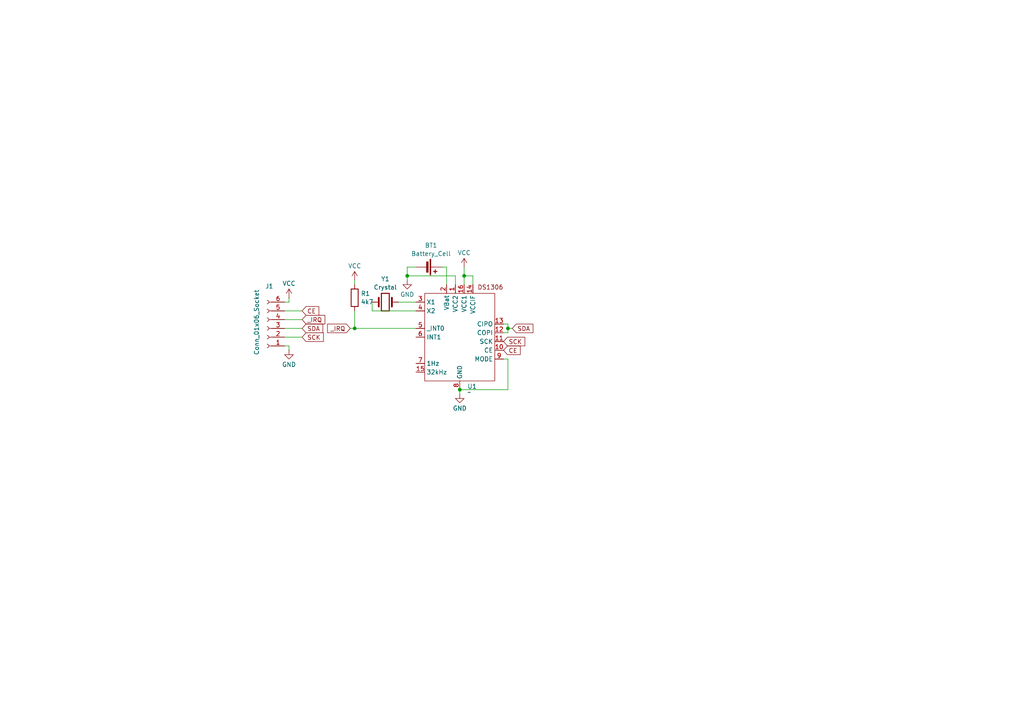
<source format=kicad_sch>
(kicad_sch
	(version 20231120)
	(generator "eeschema")
	(generator_version "8.0")
	(uuid "e641e936-d03a-4d31-843d-7fa9d57eb668")
	(paper "A4")
	(lib_symbols
		(symbol "Connector:Conn_01x06_Socket"
			(pin_names
				(offset 1.016) hide)
			(exclude_from_sim no)
			(in_bom yes)
			(on_board yes)
			(property "Reference" "J"
				(at 0 7.62 0)
				(effects
					(font
						(size 1.27 1.27)
					)
				)
			)
			(property "Value" "Conn_01x06_Socket"
				(at 0 -10.16 0)
				(effects
					(font
						(size 1.27 1.27)
					)
				)
			)
			(property "Footprint" ""
				(at 0 0 0)
				(effects
					(font
						(size 1.27 1.27)
					)
					(hide yes)
				)
			)
			(property "Datasheet" "~"
				(at 0 0 0)
				(effects
					(font
						(size 1.27 1.27)
					)
					(hide yes)
				)
			)
			(property "Description" "Generic connector, single row, 01x06, script generated"
				(at 0 0 0)
				(effects
					(font
						(size 1.27 1.27)
					)
					(hide yes)
				)
			)
			(property "ki_locked" ""
				(at 0 0 0)
				(effects
					(font
						(size 1.27 1.27)
					)
				)
			)
			(property "ki_keywords" "connector"
				(at 0 0 0)
				(effects
					(font
						(size 1.27 1.27)
					)
					(hide yes)
				)
			)
			(property "ki_fp_filters" "Connector*:*_1x??_*"
				(at 0 0 0)
				(effects
					(font
						(size 1.27 1.27)
					)
					(hide yes)
				)
			)
			(symbol "Conn_01x06_Socket_1_1"
				(arc
					(start 0 -7.112)
					(mid -0.5058 -7.62)
					(end 0 -8.128)
					(stroke
						(width 0.1524)
						(type default)
					)
					(fill
						(type none)
					)
				)
				(arc
					(start 0 -4.572)
					(mid -0.5058 -5.08)
					(end 0 -5.588)
					(stroke
						(width 0.1524)
						(type default)
					)
					(fill
						(type none)
					)
				)
				(arc
					(start 0 -2.032)
					(mid -0.5058 -2.54)
					(end 0 -3.048)
					(stroke
						(width 0.1524)
						(type default)
					)
					(fill
						(type none)
					)
				)
				(polyline
					(pts
						(xy -1.27 -7.62) (xy -0.508 -7.62)
					)
					(stroke
						(width 0.1524)
						(type default)
					)
					(fill
						(type none)
					)
				)
				(polyline
					(pts
						(xy -1.27 -5.08) (xy -0.508 -5.08)
					)
					(stroke
						(width 0.1524)
						(type default)
					)
					(fill
						(type none)
					)
				)
				(polyline
					(pts
						(xy -1.27 -2.54) (xy -0.508 -2.54)
					)
					(stroke
						(width 0.1524)
						(type default)
					)
					(fill
						(type none)
					)
				)
				(polyline
					(pts
						(xy -1.27 0) (xy -0.508 0)
					)
					(stroke
						(width 0.1524)
						(type default)
					)
					(fill
						(type none)
					)
				)
				(polyline
					(pts
						(xy -1.27 2.54) (xy -0.508 2.54)
					)
					(stroke
						(width 0.1524)
						(type default)
					)
					(fill
						(type none)
					)
				)
				(polyline
					(pts
						(xy -1.27 5.08) (xy -0.508 5.08)
					)
					(stroke
						(width 0.1524)
						(type default)
					)
					(fill
						(type none)
					)
				)
				(arc
					(start 0 0.508)
					(mid -0.5058 0)
					(end 0 -0.508)
					(stroke
						(width 0.1524)
						(type default)
					)
					(fill
						(type none)
					)
				)
				(arc
					(start 0 3.048)
					(mid -0.5058 2.54)
					(end 0 2.032)
					(stroke
						(width 0.1524)
						(type default)
					)
					(fill
						(type none)
					)
				)
				(arc
					(start 0 5.588)
					(mid -0.5058 5.08)
					(end 0 4.572)
					(stroke
						(width 0.1524)
						(type default)
					)
					(fill
						(type none)
					)
				)
				(pin passive line
					(at -5.08 5.08 0)
					(length 3.81)
					(name "Pin_1"
						(effects
							(font
								(size 1.27 1.27)
							)
						)
					)
					(number "1"
						(effects
							(font
								(size 1.27 1.27)
							)
						)
					)
				)
				(pin passive line
					(at -5.08 2.54 0)
					(length 3.81)
					(name "Pin_2"
						(effects
							(font
								(size 1.27 1.27)
							)
						)
					)
					(number "2"
						(effects
							(font
								(size 1.27 1.27)
							)
						)
					)
				)
				(pin passive line
					(at -5.08 0 0)
					(length 3.81)
					(name "Pin_3"
						(effects
							(font
								(size 1.27 1.27)
							)
						)
					)
					(number "3"
						(effects
							(font
								(size 1.27 1.27)
							)
						)
					)
				)
				(pin passive line
					(at -5.08 -2.54 0)
					(length 3.81)
					(name "Pin_4"
						(effects
							(font
								(size 1.27 1.27)
							)
						)
					)
					(number "4"
						(effects
							(font
								(size 1.27 1.27)
							)
						)
					)
				)
				(pin passive line
					(at -5.08 -5.08 0)
					(length 3.81)
					(name "Pin_5"
						(effects
							(font
								(size 1.27 1.27)
							)
						)
					)
					(number "5"
						(effects
							(font
								(size 1.27 1.27)
							)
						)
					)
				)
				(pin passive line
					(at -5.08 -7.62 0)
					(length 3.81)
					(name "Pin_6"
						(effects
							(font
								(size 1.27 1.27)
							)
						)
					)
					(number "6"
						(effects
							(font
								(size 1.27 1.27)
							)
						)
					)
				)
			)
		)
		(symbol "Device:Battery_Cell"
			(pin_numbers hide)
			(pin_names
				(offset 0) hide)
			(exclude_from_sim no)
			(in_bom yes)
			(on_board yes)
			(property "Reference" "BT"
				(at 2.54 2.54 0)
				(effects
					(font
						(size 1.27 1.27)
					)
					(justify left)
				)
			)
			(property "Value" "Battery_Cell"
				(at 2.54 0 0)
				(effects
					(font
						(size 1.27 1.27)
					)
					(justify left)
				)
			)
			(property "Footprint" ""
				(at 0 1.524 90)
				(effects
					(font
						(size 1.27 1.27)
					)
					(hide yes)
				)
			)
			(property "Datasheet" "~"
				(at 0 1.524 90)
				(effects
					(font
						(size 1.27 1.27)
					)
					(hide yes)
				)
			)
			(property "Description" "Single-cell battery"
				(at 0 0 0)
				(effects
					(font
						(size 1.27 1.27)
					)
					(hide yes)
				)
			)
			(property "ki_keywords" "battery cell"
				(at 0 0 0)
				(effects
					(font
						(size 1.27 1.27)
					)
					(hide yes)
				)
			)
			(symbol "Battery_Cell_0_1"
				(rectangle
					(start -2.286 1.778)
					(end 2.286 1.524)
					(stroke
						(width 0)
						(type default)
					)
					(fill
						(type outline)
					)
				)
				(rectangle
					(start -1.524 1.016)
					(end 1.524 0.508)
					(stroke
						(width 0)
						(type default)
					)
					(fill
						(type outline)
					)
				)
				(polyline
					(pts
						(xy 0 0.762) (xy 0 0)
					)
					(stroke
						(width 0)
						(type default)
					)
					(fill
						(type none)
					)
				)
				(polyline
					(pts
						(xy 0 1.778) (xy 0 2.54)
					)
					(stroke
						(width 0)
						(type default)
					)
					(fill
						(type none)
					)
				)
				(polyline
					(pts
						(xy 0.762 3.048) (xy 1.778 3.048)
					)
					(stroke
						(width 0.254)
						(type default)
					)
					(fill
						(type none)
					)
				)
				(polyline
					(pts
						(xy 1.27 3.556) (xy 1.27 2.54)
					)
					(stroke
						(width 0.254)
						(type default)
					)
					(fill
						(type none)
					)
				)
			)
			(symbol "Battery_Cell_1_1"
				(pin passive line
					(at 0 5.08 270)
					(length 2.54)
					(name "+"
						(effects
							(font
								(size 1.27 1.27)
							)
						)
					)
					(number "1"
						(effects
							(font
								(size 1.27 1.27)
							)
						)
					)
				)
				(pin passive line
					(at 0 -2.54 90)
					(length 2.54)
					(name "-"
						(effects
							(font
								(size 1.27 1.27)
							)
						)
					)
					(number "2"
						(effects
							(font
								(size 1.27 1.27)
							)
						)
					)
				)
			)
		)
		(symbol "Device:Crystal"
			(pin_numbers hide)
			(pin_names
				(offset 1.016) hide)
			(exclude_from_sim no)
			(in_bom yes)
			(on_board yes)
			(property "Reference" "Y"
				(at 0 3.81 0)
				(effects
					(font
						(size 1.27 1.27)
					)
				)
			)
			(property "Value" "Crystal"
				(at 0 -3.81 0)
				(effects
					(font
						(size 1.27 1.27)
					)
				)
			)
			(property "Footprint" ""
				(at 0 0 0)
				(effects
					(font
						(size 1.27 1.27)
					)
					(hide yes)
				)
			)
			(property "Datasheet" "~"
				(at 0 0 0)
				(effects
					(font
						(size 1.27 1.27)
					)
					(hide yes)
				)
			)
			(property "Description" "Two pin crystal"
				(at 0 0 0)
				(effects
					(font
						(size 1.27 1.27)
					)
					(hide yes)
				)
			)
			(property "ki_keywords" "quartz ceramic resonator oscillator"
				(at 0 0 0)
				(effects
					(font
						(size 1.27 1.27)
					)
					(hide yes)
				)
			)
			(property "ki_fp_filters" "Crystal*"
				(at 0 0 0)
				(effects
					(font
						(size 1.27 1.27)
					)
					(hide yes)
				)
			)
			(symbol "Crystal_0_1"
				(rectangle
					(start -1.143 2.54)
					(end 1.143 -2.54)
					(stroke
						(width 0.3048)
						(type default)
					)
					(fill
						(type none)
					)
				)
				(polyline
					(pts
						(xy -2.54 0) (xy -1.905 0)
					)
					(stroke
						(width 0)
						(type default)
					)
					(fill
						(type none)
					)
				)
				(polyline
					(pts
						(xy -1.905 -1.27) (xy -1.905 1.27)
					)
					(stroke
						(width 0.508)
						(type default)
					)
					(fill
						(type none)
					)
				)
				(polyline
					(pts
						(xy 1.905 -1.27) (xy 1.905 1.27)
					)
					(stroke
						(width 0.508)
						(type default)
					)
					(fill
						(type none)
					)
				)
				(polyline
					(pts
						(xy 2.54 0) (xy 1.905 0)
					)
					(stroke
						(width 0)
						(type default)
					)
					(fill
						(type none)
					)
				)
			)
			(symbol "Crystal_1_1"
				(pin passive line
					(at -3.81 0 0)
					(length 1.27)
					(name "1"
						(effects
							(font
								(size 1.27 1.27)
							)
						)
					)
					(number "1"
						(effects
							(font
								(size 1.27 1.27)
							)
						)
					)
				)
				(pin passive line
					(at 3.81 0 180)
					(length 1.27)
					(name "2"
						(effects
							(font
								(size 1.27 1.27)
							)
						)
					)
					(number "2"
						(effects
							(font
								(size 1.27 1.27)
							)
						)
					)
				)
			)
		)
		(symbol "Device:R"
			(pin_numbers hide)
			(pin_names
				(offset 0)
			)
			(exclude_from_sim no)
			(in_bom yes)
			(on_board yes)
			(property "Reference" "R"
				(at 2.032 0 90)
				(effects
					(font
						(size 1.27 1.27)
					)
				)
			)
			(property "Value" "R"
				(at 0 0 90)
				(effects
					(font
						(size 1.27 1.27)
					)
				)
			)
			(property "Footprint" ""
				(at -1.778 0 90)
				(effects
					(font
						(size 1.27 1.27)
					)
					(hide yes)
				)
			)
			(property "Datasheet" "~"
				(at 0 0 0)
				(effects
					(font
						(size 1.27 1.27)
					)
					(hide yes)
				)
			)
			(property "Description" "Resistor"
				(at 0 0 0)
				(effects
					(font
						(size 1.27 1.27)
					)
					(hide yes)
				)
			)
			(property "ki_keywords" "R res resistor"
				(at 0 0 0)
				(effects
					(font
						(size 1.27 1.27)
					)
					(hide yes)
				)
			)
			(property "ki_fp_filters" "R_*"
				(at 0 0 0)
				(effects
					(font
						(size 1.27 1.27)
					)
					(hide yes)
				)
			)
			(symbol "R_0_1"
				(rectangle
					(start -1.016 -2.54)
					(end 1.016 2.54)
					(stroke
						(width 0.254)
						(type default)
					)
					(fill
						(type none)
					)
				)
			)
			(symbol "R_1_1"
				(pin passive line
					(at 0 3.81 270)
					(length 1.27)
					(name "~"
						(effects
							(font
								(size 1.27 1.27)
							)
						)
					)
					(number "1"
						(effects
							(font
								(size 1.27 1.27)
							)
						)
					)
				)
				(pin passive line
					(at 0 -3.81 90)
					(length 1.27)
					(name "~"
						(effects
							(font
								(size 1.27 1.27)
							)
						)
					)
					(number "2"
						(effects
							(font
								(size 1.27 1.27)
							)
						)
					)
				)
			)
		)
		(symbol "motherboard:DS1306"
			(exclude_from_sim no)
			(in_bom yes)
			(on_board yes)
			(property "Reference" "U"
				(at 8.89 -13.97 0)
				(effects
					(font
						(size 1.27 1.27)
					)
				)
			)
			(property "Value" ""
				(at 0 0 0)
				(effects
					(font
						(size 1.27 1.27)
					)
				)
			)
			(property "Footprint" ""
				(at 0 0 0)
				(effects
					(font
						(size 1.27 1.27)
					)
					(hide yes)
				)
			)
			(property "Datasheet" ""
				(at 0 0 0)
				(effects
					(font
						(size 1.27 1.27)
					)
					(hide yes)
				)
			)
			(property "Description" ""
				(at 0 0 0)
				(effects
					(font
						(size 1.27 1.27)
					)
					(hide yes)
				)
			)
			(symbol "DS1306_0_1"
				(rectangle
					(start -10.16 12.7)
					(end 10.16 -12.7)
					(stroke
						(width 0)
						(type default)
					)
					(fill
						(type none)
					)
				)
			)
			(symbol "DS1306_1_1"
				(text "DS1306"
					(at 8.89 14.478 0)
					(effects
						(font
							(size 1.27 1.27)
						)
					)
				)
				(pin power_in line
					(at -1.27 15.24 270)
					(length 2.54)
					(name "VCC2"
						(effects
							(font
								(size 1.27 1.27)
							)
						)
					)
					(number "1"
						(effects
							(font
								(size 1.27 1.27)
							)
						)
					)
				)
				(pin input line
					(at 12.7 -3.81 180)
					(length 2.54)
					(name "CE"
						(effects
							(font
								(size 1.27 1.27)
							)
						)
					)
					(number "10"
						(effects
							(font
								(size 1.27 1.27)
							)
						)
					)
				)
				(pin input line
					(at 12.7 -1.27 180)
					(length 2.54)
					(name "SCK"
						(effects
							(font
								(size 1.27 1.27)
							)
						)
					)
					(number "11"
						(effects
							(font
								(size 1.27 1.27)
							)
						)
					)
				)
				(pin input line
					(at 12.7 1.27 180)
					(length 2.54)
					(name "COPI"
						(effects
							(font
								(size 1.27 1.27)
							)
						)
					)
					(number "12"
						(effects
							(font
								(size 1.27 1.27)
							)
						)
					)
				)
				(pin input line
					(at 12.7 3.81 180)
					(length 2.54)
					(name "CIPO"
						(effects
							(font
								(size 1.27 1.27)
							)
						)
					)
					(number "13"
						(effects
							(font
								(size 1.27 1.27)
							)
						)
					)
				)
				(pin power_in line
					(at 3.81 15.24 270)
					(length 2.54)
					(name "VCCIF"
						(effects
							(font
								(size 1.27 1.27)
							)
						)
					)
					(number "14"
						(effects
							(font
								(size 1.27 1.27)
							)
						)
					)
				)
				(pin output line
					(at -12.7 -10.16 0)
					(length 2.54)
					(name "32kHz"
						(effects
							(font
								(size 1.27 1.27)
							)
						)
					)
					(number "15"
						(effects
							(font
								(size 1.27 1.27)
							)
						)
					)
				)
				(pin power_in line
					(at 1.27 15.24 270)
					(length 2.54)
					(name "VCC1"
						(effects
							(font
								(size 1.27 1.27)
							)
						)
					)
					(number "16"
						(effects
							(font
								(size 1.27 1.27)
							)
						)
					)
				)
				(pin power_in line
					(at -3.81 15.24 270)
					(length 2.54)
					(name "VBat"
						(effects
							(font
								(size 1.27 1.27)
							)
						)
					)
					(number "2"
						(effects
							(font
								(size 1.27 1.27)
							)
						)
					)
				)
				(pin bidirectional line
					(at -12.7 10.16 0)
					(length 2.54)
					(name "X1"
						(effects
							(font
								(size 1.27 1.27)
							)
						)
					)
					(number "3"
						(effects
							(font
								(size 1.27 1.27)
							)
						)
					)
				)
				(pin bidirectional line
					(at -12.7 7.62 0)
					(length 2.54)
					(name "X2"
						(effects
							(font
								(size 1.27 1.27)
							)
						)
					)
					(number "4"
						(effects
							(font
								(size 1.27 1.27)
							)
						)
					)
				)
				(pin output line
					(at -12.7 2.54 0)
					(length 2.54)
					(name "_INT0"
						(effects
							(font
								(size 1.27 1.27)
							)
						)
					)
					(number "5"
						(effects
							(font
								(size 1.27 1.27)
							)
						)
					)
				)
				(pin output line
					(at -12.7 0 0)
					(length 2.54)
					(name "INT1"
						(effects
							(font
								(size 1.27 1.27)
							)
						)
					)
					(number "6"
						(effects
							(font
								(size 1.27 1.27)
							)
						)
					)
				)
				(pin output line
					(at -12.7 -7.62 0)
					(length 2.54)
					(name "1Hz"
						(effects
							(font
								(size 1.27 1.27)
							)
						)
					)
					(number "7"
						(effects
							(font
								(size 1.27 1.27)
							)
						)
					)
				)
				(pin power_in line
					(at 0 -15.24 90)
					(length 2.54)
					(name "GND"
						(effects
							(font
								(size 1.27 1.27)
							)
						)
					)
					(number "8"
						(effects
							(font
								(size 1.27 1.27)
							)
						)
					)
				)
				(pin input line
					(at 12.7 -6.35 180)
					(length 2.54)
					(name "MODE"
						(effects
							(font
								(size 1.27 1.27)
							)
						)
					)
					(number "9"
						(effects
							(font
								(size 1.27 1.27)
							)
						)
					)
				)
			)
		)
		(symbol "power:GND"
			(power)
			(pin_numbers hide)
			(pin_names
				(offset 0) hide)
			(exclude_from_sim no)
			(in_bom yes)
			(on_board yes)
			(property "Reference" "#PWR"
				(at 0 -6.35 0)
				(effects
					(font
						(size 1.27 1.27)
					)
					(hide yes)
				)
			)
			(property "Value" "GND"
				(at 0 -3.81 0)
				(effects
					(font
						(size 1.27 1.27)
					)
				)
			)
			(property "Footprint" ""
				(at 0 0 0)
				(effects
					(font
						(size 1.27 1.27)
					)
					(hide yes)
				)
			)
			(property "Datasheet" ""
				(at 0 0 0)
				(effects
					(font
						(size 1.27 1.27)
					)
					(hide yes)
				)
			)
			(property "Description" "Power symbol creates a global label with name \"GND\" , ground"
				(at 0 0 0)
				(effects
					(font
						(size 1.27 1.27)
					)
					(hide yes)
				)
			)
			(property "ki_keywords" "global power"
				(at 0 0 0)
				(effects
					(font
						(size 1.27 1.27)
					)
					(hide yes)
				)
			)
			(symbol "GND_0_1"
				(polyline
					(pts
						(xy 0 0) (xy 0 -1.27) (xy 1.27 -1.27) (xy 0 -2.54) (xy -1.27 -1.27) (xy 0 -1.27)
					)
					(stroke
						(width 0)
						(type default)
					)
					(fill
						(type none)
					)
				)
			)
			(symbol "GND_1_1"
				(pin power_in line
					(at 0 0 270)
					(length 0)
					(name "~"
						(effects
							(font
								(size 1.27 1.27)
							)
						)
					)
					(number "1"
						(effects
							(font
								(size 1.27 1.27)
							)
						)
					)
				)
			)
		)
		(symbol "power:VCC"
			(power)
			(pin_numbers hide)
			(pin_names
				(offset 0) hide)
			(exclude_from_sim no)
			(in_bom yes)
			(on_board yes)
			(property "Reference" "#PWR"
				(at 0 -3.81 0)
				(effects
					(font
						(size 1.27 1.27)
					)
					(hide yes)
				)
			)
			(property "Value" "VCC"
				(at 0 3.556 0)
				(effects
					(font
						(size 1.27 1.27)
					)
				)
			)
			(property "Footprint" ""
				(at 0 0 0)
				(effects
					(font
						(size 1.27 1.27)
					)
					(hide yes)
				)
			)
			(property "Datasheet" ""
				(at 0 0 0)
				(effects
					(font
						(size 1.27 1.27)
					)
					(hide yes)
				)
			)
			(property "Description" "Power symbol creates a global label with name \"VCC\""
				(at 0 0 0)
				(effects
					(font
						(size 1.27 1.27)
					)
					(hide yes)
				)
			)
			(property "ki_keywords" "global power"
				(at 0 0 0)
				(effects
					(font
						(size 1.27 1.27)
					)
					(hide yes)
				)
			)
			(symbol "VCC_0_1"
				(polyline
					(pts
						(xy -0.762 1.27) (xy 0 2.54)
					)
					(stroke
						(width 0)
						(type default)
					)
					(fill
						(type none)
					)
				)
				(polyline
					(pts
						(xy 0 0) (xy 0 2.54)
					)
					(stroke
						(width 0)
						(type default)
					)
					(fill
						(type none)
					)
				)
				(polyline
					(pts
						(xy 0 2.54) (xy 0.762 1.27)
					)
					(stroke
						(width 0)
						(type default)
					)
					(fill
						(type none)
					)
				)
			)
			(symbol "VCC_1_1"
				(pin power_in line
					(at 0 0 90)
					(length 0)
					(name "~"
						(effects
							(font
								(size 1.27 1.27)
							)
						)
					)
					(number "1"
						(effects
							(font
								(size 1.27 1.27)
							)
						)
					)
				)
			)
		)
	)
	(junction
		(at 133.35 113.03)
		(diameter 0)
		(color 0 0 0 0)
		(uuid "0bb187da-3454-40a2-990e-a155a1a8a5e4")
	)
	(junction
		(at 118.11 80.01)
		(diameter 0)
		(color 0 0 0 0)
		(uuid "854bdb0d-6ff3-4d3c-9029-61cd02caee12")
	)
	(junction
		(at 134.62 80.01)
		(diameter 0)
		(color 0 0 0 0)
		(uuid "9655fa65-c50b-460f-b5f9-dd5329f18f8f")
	)
	(junction
		(at 147.32 95.25)
		(diameter 0)
		(color 0 0 0 0)
		(uuid "b70770c1-dd35-471d-886d-09399a6db1d9")
	)
	(junction
		(at 102.87 95.25)
		(diameter 0)
		(color 0 0 0 0)
		(uuid "b8b34377-0637-40a9-969d-bfe62082b9a7")
	)
	(wire
		(pts
			(xy 87.63 92.71) (xy 82.55 92.71)
		)
		(stroke
			(width 0)
			(type default)
		)
		(uuid "05f7c8b6-2535-450e-be5e-82f8c94db930")
	)
	(wire
		(pts
			(xy 107.95 90.17) (xy 120.65 90.17)
		)
		(stroke
			(width 0)
			(type default)
		)
		(uuid "185e523f-a373-4a10-a64d-cc5ec659ceac")
	)
	(wire
		(pts
			(xy 146.05 93.98) (xy 147.32 93.98)
		)
		(stroke
			(width 0)
			(type default)
		)
		(uuid "19151964-ebb4-46cd-86a4-3a9026807de8")
	)
	(wire
		(pts
			(xy 133.35 113.03) (xy 133.35 114.3)
		)
		(stroke
			(width 0)
			(type default)
		)
		(uuid "262c452d-2dc4-4e51-889c-a933101b4534")
	)
	(wire
		(pts
			(xy 134.62 80.01) (xy 134.62 82.55)
		)
		(stroke
			(width 0)
			(type default)
		)
		(uuid "2f4a8a16-1af2-4d6a-b4d2-368fc24a1cd4")
	)
	(wire
		(pts
			(xy 128.27 77.47) (xy 129.54 77.47)
		)
		(stroke
			(width 0)
			(type default)
		)
		(uuid "2f6ed118-2ba6-4425-8d4a-151c614bff23")
	)
	(wire
		(pts
			(xy 147.32 95.25) (xy 147.32 96.52)
		)
		(stroke
			(width 0)
			(type default)
		)
		(uuid "365484d0-85e7-48af-a0cf-478e3d5274fb")
	)
	(wire
		(pts
			(xy 118.11 80.01) (xy 132.08 80.01)
		)
		(stroke
			(width 0)
			(type default)
		)
		(uuid "3a2d5611-1ad6-486c-a6fd-5f217857760e")
	)
	(wire
		(pts
			(xy 133.35 113.03) (xy 147.32 113.03)
		)
		(stroke
			(width 0)
			(type default)
		)
		(uuid "3d24051a-8c7e-4694-8c82-17e7833ca42f")
	)
	(wire
		(pts
			(xy 82.55 100.33) (xy 83.82 100.33)
		)
		(stroke
			(width 0)
			(type default)
		)
		(uuid "4dcda6d9-4f6a-4b01-8346-2464e1eea329")
	)
	(wire
		(pts
			(xy 146.05 96.52) (xy 147.32 96.52)
		)
		(stroke
			(width 0)
			(type default)
		)
		(uuid "6f8f424d-7f2a-4618-927d-118723f1f47b")
	)
	(wire
		(pts
			(xy 148.59 95.25) (xy 147.32 95.25)
		)
		(stroke
			(width 0)
			(type default)
		)
		(uuid "795d8e6e-621f-45c3-87c9-48c01d8a5648")
	)
	(wire
		(pts
			(xy 129.54 77.47) (xy 129.54 82.55)
		)
		(stroke
			(width 0)
			(type default)
		)
		(uuid "87991869-85ca-493c-ade4-c7f2c7868e3f")
	)
	(wire
		(pts
			(xy 83.82 100.33) (xy 83.82 101.6)
		)
		(stroke
			(width 0)
			(type default)
		)
		(uuid "88d96055-ade3-49e0-b1db-fc894f19297e")
	)
	(wire
		(pts
			(xy 102.87 95.25) (xy 120.65 95.25)
		)
		(stroke
			(width 0)
			(type default)
		)
		(uuid "89703c7e-27a5-4e49-8a78-ccf0f6209075")
	)
	(wire
		(pts
			(xy 83.82 86.36) (xy 83.82 87.63)
		)
		(stroke
			(width 0)
			(type default)
		)
		(uuid "96b2b21e-383a-4775-a5ba-7483d0b7d052")
	)
	(wire
		(pts
			(xy 120.65 77.47) (xy 118.11 77.47)
		)
		(stroke
			(width 0)
			(type default)
		)
		(uuid "9f8dbabe-cd38-43e4-869d-e4a0a00a3f7c")
	)
	(wire
		(pts
			(xy 146.05 104.14) (xy 147.32 104.14)
		)
		(stroke
			(width 0)
			(type default)
		)
		(uuid "a062b1b4-1559-45ac-8cb9-7506ad6791ef")
	)
	(wire
		(pts
			(xy 147.32 104.14) (xy 147.32 113.03)
		)
		(stroke
			(width 0)
			(type default)
		)
		(uuid "a15b34a1-108c-4033-b93f-02419b6760db")
	)
	(wire
		(pts
			(xy 87.63 90.17) (xy 82.55 90.17)
		)
		(stroke
			(width 0)
			(type default)
		)
		(uuid "a1cf01a0-5bbf-450e-8484-c8f91041a40b")
	)
	(wire
		(pts
			(xy 147.32 93.98) (xy 147.32 95.25)
		)
		(stroke
			(width 0)
			(type default)
		)
		(uuid "a6318560-d709-46a1-8f2b-a7e241a100aa")
	)
	(wire
		(pts
			(xy 101.6 95.25) (xy 102.87 95.25)
		)
		(stroke
			(width 0)
			(type default)
		)
		(uuid "a8dd9bb1-32af-4c3f-a614-c2a18074a06c")
	)
	(wire
		(pts
			(xy 83.82 87.63) (xy 82.55 87.63)
		)
		(stroke
			(width 0)
			(type default)
		)
		(uuid "ab22c6f5-8d7e-46dc-bbff-13b3d36c713e")
	)
	(wire
		(pts
			(xy 102.87 90.17) (xy 102.87 95.25)
		)
		(stroke
			(width 0)
			(type default)
		)
		(uuid "b1d5b71f-6f36-4e63-9807-d6c787ef0505")
	)
	(wire
		(pts
			(xy 107.95 87.63) (xy 107.95 90.17)
		)
		(stroke
			(width 0)
			(type default)
		)
		(uuid "b3e59e2b-9698-4184-88f6-4767f664305c")
	)
	(wire
		(pts
			(xy 137.16 82.55) (xy 137.16 80.01)
		)
		(stroke
			(width 0)
			(type default)
		)
		(uuid "b9e0cd31-bacd-439c-9aba-a0dd9c33aa20")
	)
	(wire
		(pts
			(xy 118.11 77.47) (xy 118.11 80.01)
		)
		(stroke
			(width 0)
			(type default)
		)
		(uuid "bbf4df19-7469-4a9f-acfc-1a965defdc81")
	)
	(wire
		(pts
			(xy 87.63 97.79) (xy 82.55 97.79)
		)
		(stroke
			(width 0)
			(type default)
		)
		(uuid "c405f9c7-d82b-4a00-a096-e2807fe4533c")
	)
	(wire
		(pts
			(xy 134.62 77.47) (xy 134.62 80.01)
		)
		(stroke
			(width 0)
			(type default)
		)
		(uuid "c7948568-96db-4c68-b24b-3ad7bcfef447")
	)
	(wire
		(pts
			(xy 115.57 87.63) (xy 120.65 87.63)
		)
		(stroke
			(width 0)
			(type default)
		)
		(uuid "cfc44f18-85f0-4a54-88b0-daa0a52932d3")
	)
	(wire
		(pts
			(xy 118.11 81.28) (xy 118.11 80.01)
		)
		(stroke
			(width 0)
			(type default)
		)
		(uuid "d0cb3ada-8dc5-426f-b03a-b6f4bee49db8")
	)
	(wire
		(pts
			(xy 87.63 95.25) (xy 82.55 95.25)
		)
		(stroke
			(width 0)
			(type default)
		)
		(uuid "dc1e1bae-a8b5-46d0-b472-7adef7c04843")
	)
	(wire
		(pts
			(xy 132.08 82.55) (xy 132.08 80.01)
		)
		(stroke
			(width 0)
			(type default)
		)
		(uuid "f588bfb4-c960-417c-954c-206c263ce086")
	)
	(wire
		(pts
			(xy 102.87 81.28) (xy 102.87 82.55)
		)
		(stroke
			(width 0)
			(type default)
		)
		(uuid "f8c7330e-548f-4d90-b84c-a15bf8c27565")
	)
	(wire
		(pts
			(xy 134.62 80.01) (xy 137.16 80.01)
		)
		(stroke
			(width 0)
			(type default)
		)
		(uuid "fab53026-58f5-487b-bc03-6cf01b457529")
	)
	(global_label "_IRQ"
		(shape input)
		(at 87.63 92.71 0)
		(fields_autoplaced yes)
		(effects
			(font
				(size 1.27 1.27)
			)
			(justify left)
		)
		(uuid "089405e0-d304-4880-bf62-e1fd55a18063")
		(property "Intersheetrefs" "${INTERSHEET_REFS}"
			(at 94.7881 92.71 0)
			(effects
				(font
					(size 1.27 1.27)
				)
				(justify left)
				(hide yes)
			)
		)
	)
	(global_label "SDA"
		(shape input)
		(at 87.63 95.25 0)
		(fields_autoplaced yes)
		(effects
			(font
				(size 1.27 1.27)
			)
			(justify left)
		)
		(uuid "1f21cfc9-f8a7-47de-849e-f9007b57f5df")
		(property "Intersheetrefs" "${INTERSHEET_REFS}"
			(at 94.1833 95.25 0)
			(effects
				(font
					(size 1.27 1.27)
				)
				(justify left)
				(hide yes)
			)
		)
	)
	(global_label "SCK"
		(shape input)
		(at 146.05 99.06 0)
		(fields_autoplaced yes)
		(effects
			(font
				(size 1.27 1.27)
			)
			(justify left)
		)
		(uuid "4951c2ce-3630-434c-b934-d02e35ed8e45")
		(property "Intersheetrefs" "${INTERSHEET_REFS}"
			(at 152.7847 99.06 0)
			(effects
				(font
					(size 1.27 1.27)
				)
				(justify left)
				(hide yes)
			)
		)
	)
	(global_label "CE"
		(shape input)
		(at 146.05 101.6 0)
		(fields_autoplaced yes)
		(effects
			(font
				(size 1.27 1.27)
			)
			(justify left)
		)
		(uuid "53bd8311-9078-4310-bb2c-02f0795cc51c")
		(property "Intersheetrefs" "${INTERSHEET_REFS}"
			(at 151.4542 101.6 0)
			(effects
				(font
					(size 1.27 1.27)
				)
				(justify left)
				(hide yes)
			)
		)
	)
	(global_label "SCK"
		(shape input)
		(at 87.63 97.79 0)
		(fields_autoplaced yes)
		(effects
			(font
				(size 1.27 1.27)
			)
			(justify left)
		)
		(uuid "79ccdf14-127e-495a-ba7c-3053cfa35987")
		(property "Intersheetrefs" "${INTERSHEET_REFS}"
			(at 94.3647 97.79 0)
			(effects
				(font
					(size 1.27 1.27)
				)
				(justify left)
				(hide yes)
			)
		)
	)
	(global_label "_IRQ"
		(shape input)
		(at 101.6 95.25 180)
		(fields_autoplaced yes)
		(effects
			(font
				(size 1.27 1.27)
			)
			(justify right)
		)
		(uuid "8a42b9e8-8bec-4515-b4ba-75e61143052a")
		(property "Intersheetrefs" "${INTERSHEET_REFS}"
			(at 94.4419 95.25 0)
			(effects
				(font
					(size 1.27 1.27)
				)
				(justify right)
				(hide yes)
			)
		)
	)
	(global_label "SDA"
		(shape input)
		(at 148.59 95.25 0)
		(fields_autoplaced yes)
		(effects
			(font
				(size 1.27 1.27)
			)
			(justify left)
		)
		(uuid "8d75308e-632e-4421-80b9-b6e9a7a3557c")
		(property "Intersheetrefs" "${INTERSHEET_REFS}"
			(at 155.1433 95.25 0)
			(effects
				(font
					(size 1.27 1.27)
				)
				(justify left)
				(hide yes)
			)
		)
	)
	(global_label "CE"
		(shape input)
		(at 87.63 90.17 0)
		(fields_autoplaced yes)
		(effects
			(font
				(size 1.27 1.27)
			)
			(justify left)
		)
		(uuid "94145696-9bca-411f-bef1-e2a7d838da79")
		(property "Intersheetrefs" "${INTERSHEET_REFS}"
			(at 93.0342 90.17 0)
			(effects
				(font
					(size 1.27 1.27)
				)
				(justify left)
				(hide yes)
			)
		)
	)
	(symbol
		(lib_id "power:GND")
		(at 83.82 101.6 0)
		(unit 1)
		(exclude_from_sim no)
		(in_bom yes)
		(on_board yes)
		(dnp no)
		(fields_autoplaced yes)
		(uuid "28665b2d-99fb-4748-925b-f5fd74c6b864")
		(property "Reference" "#PWR01"
			(at 83.82 107.95 0)
			(effects
				(font
					(size 1.27 1.27)
				)
				(hide yes)
			)
		)
		(property "Value" "GND"
			(at 83.82 105.7331 0)
			(effects
				(font
					(size 1.27 1.27)
				)
			)
		)
		(property "Footprint" ""
			(at 83.82 101.6 0)
			(effects
				(font
					(size 1.27 1.27)
				)
				(hide yes)
			)
		)
		(property "Datasheet" ""
			(at 83.82 101.6 0)
			(effects
				(font
					(size 1.27 1.27)
				)
				(hide yes)
			)
		)
		(property "Description" "Power symbol creates a global label with name \"GND\" , ground"
			(at 83.82 101.6 0)
			(effects
				(font
					(size 1.27 1.27)
				)
				(hide yes)
			)
		)
		(pin "1"
			(uuid "890d7156-96c5-47df-bdb9-35585f826706")
		)
		(instances
			(project ""
				(path "/e641e936-d03a-4d31-843d-7fa9d57eb668"
					(reference "#PWR01")
					(unit 1)
				)
			)
		)
	)
	(symbol
		(lib_id "power:VCC")
		(at 102.87 81.28 0)
		(unit 1)
		(exclude_from_sim no)
		(in_bom yes)
		(on_board yes)
		(dnp no)
		(fields_autoplaced yes)
		(uuid "455b825f-5bed-4bae-b716-c6e1fab44322")
		(property "Reference" "#PWR06"
			(at 102.87 85.09 0)
			(effects
				(font
					(size 1.27 1.27)
				)
				(hide yes)
			)
		)
		(property "Value" "VCC"
			(at 102.87 77.1469 0)
			(effects
				(font
					(size 1.27 1.27)
				)
			)
		)
		(property "Footprint" ""
			(at 102.87 81.28 0)
			(effects
				(font
					(size 1.27 1.27)
				)
				(hide yes)
			)
		)
		(property "Datasheet" ""
			(at 102.87 81.28 0)
			(effects
				(font
					(size 1.27 1.27)
				)
				(hide yes)
			)
		)
		(property "Description" "Power symbol creates a global label with name \"VCC\""
			(at 102.87 81.28 0)
			(effects
				(font
					(size 1.27 1.27)
				)
				(hide yes)
			)
		)
		(pin "1"
			(uuid "43208fc5-cb5f-4b37-9d21-651a8adfe06d")
		)
		(instances
			(project "ClockExpansion"
				(path "/e641e936-d03a-4d31-843d-7fa9d57eb668"
					(reference "#PWR06")
					(unit 1)
				)
			)
		)
	)
	(symbol
		(lib_id "Device:Battery_Cell")
		(at 123.19 77.47 270)
		(unit 1)
		(exclude_from_sim no)
		(in_bom yes)
		(on_board yes)
		(dnp no)
		(fields_autoplaced yes)
		(uuid "5d91e2d8-96ea-4dba-be40-79e585694f2b")
		(property "Reference" "BT1"
			(at 125.0315 71.1665 90)
			(effects
				(font
					(size 1.27 1.27)
				)
			)
		)
		(property "Value" "Battery_Cell"
			(at 125.0315 73.5908 90)
			(effects
				(font
					(size 1.27 1.27)
				)
			)
		)
		(property "Footprint" "Battery:BatteryHolder_Keystone_3001_1x12mm"
			(at 124.714 77.47 90)
			(effects
				(font
					(size 1.27 1.27)
				)
				(hide yes)
			)
		)
		(property "Datasheet" "~"
			(at 124.714 77.47 90)
			(effects
				(font
					(size 1.27 1.27)
				)
				(hide yes)
			)
		)
		(property "Description" "Single-cell battery"
			(at 123.19 77.47 0)
			(effects
				(font
					(size 1.27 1.27)
				)
				(hide yes)
			)
		)
		(pin "2"
			(uuid "e2e07a39-b283-4347-8c0f-a1074514131e")
		)
		(pin "1"
			(uuid "3f10e085-ee00-4b79-a094-d178d8a1da14")
		)
		(instances
			(project ""
				(path "/e641e936-d03a-4d31-843d-7fa9d57eb668"
					(reference "BT1")
					(unit 1)
				)
			)
		)
	)
	(symbol
		(lib_id "Device:Crystal")
		(at 111.76 87.63 180)
		(unit 1)
		(exclude_from_sim no)
		(in_bom yes)
		(on_board yes)
		(dnp no)
		(fields_autoplaced yes)
		(uuid "6d83d7ed-c240-4afb-ad03-44fb1e7f6321")
		(property "Reference" "Y1"
			(at 111.76 80.9201 0)
			(effects
				(font
					(size 1.27 1.27)
				)
			)
		)
		(property "Value" "Crystal"
			(at 111.76 83.3444 0)
			(effects
				(font
					(size 1.27 1.27)
				)
			)
		)
		(property "Footprint" "Crystal:Crystal_C26-LF_D2.1mm_L6.5mm_Horizontal"
			(at 111.76 87.63 0)
			(effects
				(font
					(size 1.27 1.27)
				)
				(hide yes)
			)
		)
		(property "Datasheet" "~"
			(at 111.76 87.63 0)
			(effects
				(font
					(size 1.27 1.27)
				)
				(hide yes)
			)
		)
		(property "Description" "Two pin crystal"
			(at 111.76 87.63 0)
			(effects
				(font
					(size 1.27 1.27)
				)
				(hide yes)
			)
		)
		(pin "1"
			(uuid "2cb556b8-5dda-4866-94cc-c87595c608ed")
		)
		(pin "2"
			(uuid "c2305b9d-54e8-4f80-b80d-933c427781ef")
		)
		(instances
			(project ""
				(path "/e641e936-d03a-4d31-843d-7fa9d57eb668"
					(reference "Y1")
					(unit 1)
				)
			)
		)
	)
	(symbol
		(lib_id "power:VCC")
		(at 83.82 86.36 0)
		(unit 1)
		(exclude_from_sim no)
		(in_bom yes)
		(on_board yes)
		(dnp no)
		(fields_autoplaced yes)
		(uuid "71f718d5-35d8-4561-a8d3-9a013aeddb92")
		(property "Reference" "#PWR02"
			(at 83.82 90.17 0)
			(effects
				(font
					(size 1.27 1.27)
				)
				(hide yes)
			)
		)
		(property "Value" "VCC"
			(at 83.82 82.2269 0)
			(effects
				(font
					(size 1.27 1.27)
				)
			)
		)
		(property "Footprint" ""
			(at 83.82 86.36 0)
			(effects
				(font
					(size 1.27 1.27)
				)
				(hide yes)
			)
		)
		(property "Datasheet" ""
			(at 83.82 86.36 0)
			(effects
				(font
					(size 1.27 1.27)
				)
				(hide yes)
			)
		)
		(property "Description" "Power symbol creates a global label with name \"VCC\""
			(at 83.82 86.36 0)
			(effects
				(font
					(size 1.27 1.27)
				)
				(hide yes)
			)
		)
		(pin "1"
			(uuid "830d4ac3-9ffd-4bf0-8b26-4ee1279feb2e")
		)
		(instances
			(project ""
				(path "/e641e936-d03a-4d31-843d-7fa9d57eb668"
					(reference "#PWR02")
					(unit 1)
				)
			)
		)
	)
	(symbol
		(lib_id "motherboard:DS1306")
		(at 133.35 97.79 0)
		(unit 1)
		(exclude_from_sim no)
		(in_bom yes)
		(on_board yes)
		(dnp no)
		(fields_autoplaced yes)
		(uuid "d07d2398-2a2d-414d-a6ce-c72e4a0a572e")
		(property "Reference" "U1"
			(at 135.5441 112.0831 0)
			(effects
				(font
					(size 1.27 1.27)
				)
				(justify left)
			)
		)
		(property "Value" "~"
			(at 135.5441 113.7645 0)
			(effects
				(font
					(size 1.27 1.27)
				)
				(justify left)
			)
		)
		(property "Footprint" "Package_DIP:DIP-16_W7.62mm"
			(at 133.35 97.79 0)
			(effects
				(font
					(size 1.27 1.27)
				)
				(hide yes)
			)
		)
		(property "Datasheet" ""
			(at 133.35 97.79 0)
			(effects
				(font
					(size 1.27 1.27)
				)
				(hide yes)
			)
		)
		(property "Description" ""
			(at 133.35 97.79 0)
			(effects
				(font
					(size 1.27 1.27)
				)
				(hide yes)
			)
		)
		(pin "6"
			(uuid "d88e5d25-4b01-4e67-90ed-fc2b86a7691e")
		)
		(pin "9"
			(uuid "8ff3d467-a7c7-437e-913b-bec66fc3cbc7")
		)
		(pin "14"
			(uuid "c7f689cf-83b1-40ca-8355-dfd7077a4cfc")
		)
		(pin "5"
			(uuid "bf8374a6-49a6-45bd-aacf-bebb57f541e4")
		)
		(pin "11"
			(uuid "ab017063-5864-46b8-a37b-34cf5899f55c")
		)
		(pin "3"
			(uuid "f90e4204-4c0c-4450-8904-68936654b728")
		)
		(pin "4"
			(uuid "3e653fc5-4d8e-4da3-b51d-0ceb13cb18d3")
		)
		(pin "16"
			(uuid "87f86c3a-c62b-4cfc-8de4-11a22756a31a")
		)
		(pin "2"
			(uuid "e16cd6cc-6579-4058-928a-7ad379cce4e7")
		)
		(pin "10"
			(uuid "124b9a8a-fa9a-4410-858c-eafb4c6bdee3")
		)
		(pin "8"
			(uuid "726fc8a9-5d4e-4790-8820-d51f63bf9632")
		)
		(pin "15"
			(uuid "53ccc384-7ad0-4e2f-aa1b-965b54bc1450")
		)
		(pin "12"
			(uuid "0e297170-fbc0-4148-aa24-06cea906182a")
		)
		(pin "13"
			(uuid "5420583a-8aa2-4d9f-891b-1403cafedb69")
		)
		(pin "7"
			(uuid "12746c62-228a-4a7a-919f-507fa15fc58c")
		)
		(pin "1"
			(uuid "ce9b55ca-14ae-451a-ad11-4b3057a6ccf2")
		)
		(instances
			(project ""
				(path "/e641e936-d03a-4d31-843d-7fa9d57eb668"
					(reference "U1")
					(unit 1)
				)
			)
		)
	)
	(symbol
		(lib_id "Connector:Conn_01x06_Socket")
		(at 77.47 95.25 180)
		(unit 1)
		(exclude_from_sim no)
		(in_bom yes)
		(on_board yes)
		(dnp no)
		(uuid "d60b8c1c-18b6-41a6-891f-aa0b81462d67")
		(property "Reference" "J1"
			(at 78.105 83.0283 0)
			(effects
				(font
					(size 1.27 1.27)
				)
			)
		)
		(property "Value" "Conn_01x06_Socket"
			(at 74.422 93.472 90)
			(effects
				(font
					(size 1.27 1.27)
				)
			)
		)
		(property "Footprint" "Connector_PinSocket_2.54mm:PinSocket_1x06_P2.54mm_Horizontal"
			(at 77.47 95.25 0)
			(effects
				(font
					(size 1.27 1.27)
				)
				(hide yes)
			)
		)
		(property "Datasheet" "~"
			(at 77.47 95.25 0)
			(effects
				(font
					(size 1.27 1.27)
				)
				(hide yes)
			)
		)
		(property "Description" "Generic connector, single row, 01x06, script generated"
			(at 77.47 95.25 0)
			(effects
				(font
					(size 1.27 1.27)
				)
				(hide yes)
			)
		)
		(pin "6"
			(uuid "0be8d4bc-bff6-457a-9e66-e4c1820587ce")
		)
		(pin "2"
			(uuid "b5771616-bae8-49ca-8268-f6198e4714ed")
		)
		(pin "4"
			(uuid "fef48cd8-0fab-45fc-9e16-6a18d79c7acc")
		)
		(pin "1"
			(uuid "51b7d941-44a9-47ec-a35e-b6c6734ddf2a")
		)
		(pin "5"
			(uuid "f4588afb-b1bf-49b1-8086-184e57a82c05")
		)
		(pin "3"
			(uuid "bd65c565-9bce-46fa-990c-6ab1f054fad8")
		)
		(instances
			(project ""
				(path "/e641e936-d03a-4d31-843d-7fa9d57eb668"
					(reference "J1")
					(unit 1)
				)
			)
		)
	)
	(symbol
		(lib_id "Device:R")
		(at 102.87 86.36 0)
		(unit 1)
		(exclude_from_sim no)
		(in_bom yes)
		(on_board yes)
		(dnp no)
		(fields_autoplaced yes)
		(uuid "dc4addef-9573-4789-8f33-4c0609a5f470")
		(property "Reference" "R1"
			(at 104.648 85.1478 0)
			(effects
				(font
					(size 1.27 1.27)
				)
				(justify left)
			)
		)
		(property "Value" "4k7"
			(at 104.648 87.5721 0)
			(effects
				(font
					(size 1.27 1.27)
				)
				(justify left)
			)
		)
		(property "Footprint" "Resistor_THT:R_Axial_DIN0411_L9.9mm_D3.6mm_P12.70mm_Horizontal"
			(at 101.092 86.36 90)
			(effects
				(font
					(size 1.27 1.27)
				)
				(hide yes)
			)
		)
		(property "Datasheet" "~"
			(at 102.87 86.36 0)
			(effects
				(font
					(size 1.27 1.27)
				)
				(hide yes)
			)
		)
		(property "Description" "Resistor"
			(at 102.87 86.36 0)
			(effects
				(font
					(size 1.27 1.27)
				)
				(hide yes)
			)
		)
		(pin "2"
			(uuid "80aa1ea9-1b0e-4386-86d7-86d17c4f8696")
		)
		(pin "1"
			(uuid "98916008-1a0a-4f1c-8479-34b73e62c17e")
		)
		(instances
			(project ""
				(path "/e641e936-d03a-4d31-843d-7fa9d57eb668"
					(reference "R1")
					(unit 1)
				)
			)
		)
	)
	(symbol
		(lib_id "power:GND")
		(at 118.11 81.28 0)
		(unit 1)
		(exclude_from_sim no)
		(in_bom yes)
		(on_board yes)
		(dnp no)
		(fields_autoplaced yes)
		(uuid "ec6f072b-cd03-485d-bfed-af03cb12d568")
		(property "Reference" "#PWR03"
			(at 118.11 87.63 0)
			(effects
				(font
					(size 1.27 1.27)
				)
				(hide yes)
			)
		)
		(property "Value" "GND"
			(at 118.11 85.4131 0)
			(effects
				(font
					(size 1.27 1.27)
				)
			)
		)
		(property "Footprint" ""
			(at 118.11 81.28 0)
			(effects
				(font
					(size 1.27 1.27)
				)
				(hide yes)
			)
		)
		(property "Datasheet" ""
			(at 118.11 81.28 0)
			(effects
				(font
					(size 1.27 1.27)
				)
				(hide yes)
			)
		)
		(property "Description" "Power symbol creates a global label with name \"GND\" , ground"
			(at 118.11 81.28 0)
			(effects
				(font
					(size 1.27 1.27)
				)
				(hide yes)
			)
		)
		(pin "1"
			(uuid "7464a79f-c4bc-4c3e-84fa-d17f7fdc754d")
		)
		(instances
			(project "ClockExpansion"
				(path "/e641e936-d03a-4d31-843d-7fa9d57eb668"
					(reference "#PWR03")
					(unit 1)
				)
			)
		)
	)
	(symbol
		(lib_id "power:VCC")
		(at 134.62 77.47 0)
		(unit 1)
		(exclude_from_sim no)
		(in_bom yes)
		(on_board yes)
		(dnp no)
		(fields_autoplaced yes)
		(uuid "efe46293-d6d8-425f-b04b-158c2b98c0d2")
		(property "Reference" "#PWR05"
			(at 134.62 81.28 0)
			(effects
				(font
					(size 1.27 1.27)
				)
				(hide yes)
			)
		)
		(property "Value" "VCC"
			(at 134.62 73.3369 0)
			(effects
				(font
					(size 1.27 1.27)
				)
			)
		)
		(property "Footprint" ""
			(at 134.62 77.47 0)
			(effects
				(font
					(size 1.27 1.27)
				)
				(hide yes)
			)
		)
		(property "Datasheet" ""
			(at 134.62 77.47 0)
			(effects
				(font
					(size 1.27 1.27)
				)
				(hide yes)
			)
		)
		(property "Description" "Power symbol creates a global label with name \"VCC\""
			(at 134.62 77.47 0)
			(effects
				(font
					(size 1.27 1.27)
				)
				(hide yes)
			)
		)
		(pin "1"
			(uuid "00d5b2bc-03c9-4f39-a154-721a2ab8f6cc")
		)
		(instances
			(project "ClockExpansion"
				(path "/e641e936-d03a-4d31-843d-7fa9d57eb668"
					(reference "#PWR05")
					(unit 1)
				)
			)
		)
	)
	(symbol
		(lib_id "power:GND")
		(at 133.35 114.3 0)
		(unit 1)
		(exclude_from_sim no)
		(in_bom yes)
		(on_board yes)
		(dnp no)
		(fields_autoplaced yes)
		(uuid "f930f86b-4ec5-439c-8fba-fc69560193ce")
		(property "Reference" "#PWR04"
			(at 133.35 120.65 0)
			(effects
				(font
					(size 1.27 1.27)
				)
				(hide yes)
			)
		)
		(property "Value" "GND"
			(at 133.35 118.4331 0)
			(effects
				(font
					(size 1.27 1.27)
				)
			)
		)
		(property "Footprint" ""
			(at 133.35 114.3 0)
			(effects
				(font
					(size 1.27 1.27)
				)
				(hide yes)
			)
		)
		(property "Datasheet" ""
			(at 133.35 114.3 0)
			(effects
				(font
					(size 1.27 1.27)
				)
				(hide yes)
			)
		)
		(property "Description" "Power symbol creates a global label with name \"GND\" , ground"
			(at 133.35 114.3 0)
			(effects
				(font
					(size 1.27 1.27)
				)
				(hide yes)
			)
		)
		(pin "1"
			(uuid "71cd4e35-0a40-4a27-b59a-dffa43c6199d")
		)
		(instances
			(project "ClockExpansion"
				(path "/e641e936-d03a-4d31-843d-7fa9d57eb668"
					(reference "#PWR04")
					(unit 1)
				)
			)
		)
	)
	(sheet_instances
		(path "/"
			(page "1")
		)
	)
)

</source>
